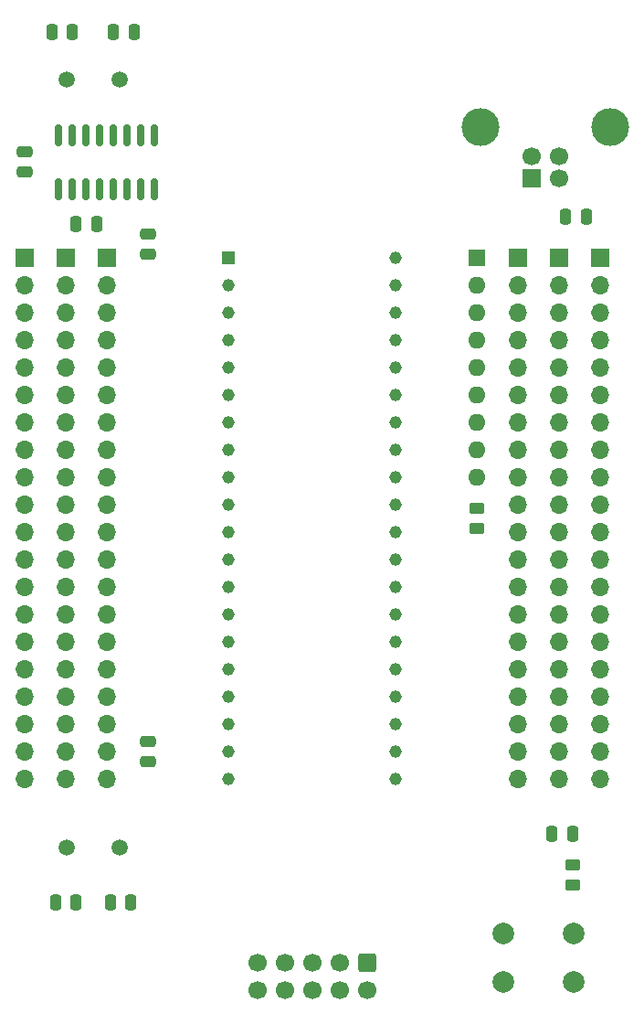
<source format=gts>
G04 #@! TF.GenerationSoftware,KiCad,Pcbnew,(6.0.10)*
G04 #@! TF.CreationDate,2023-01-04T16:14:13-06:00*
G04 #@! TF.ProjectId,AT89S52_dev_board,41543839-5335-4325-9f64-65765f626f61,rev?*
G04 #@! TF.SameCoordinates,Original*
G04 #@! TF.FileFunction,Soldermask,Top*
G04 #@! TF.FilePolarity,Negative*
%FSLAX46Y46*%
G04 Gerber Fmt 4.6, Leading zero omitted, Abs format (unit mm)*
G04 Created by KiCad (PCBNEW (6.0.10)) date 2023-01-04 16:14:13*
%MOMM*%
%LPD*%
G01*
G04 APERTURE LIST*
G04 Aperture macros list*
%AMRoundRect*
0 Rectangle with rounded corners*
0 $1 Rounding radius*
0 $2 $3 $4 $5 $6 $7 $8 $9 X,Y pos of 4 corners*
0 Add a 4 corners polygon primitive as box body*
4,1,4,$2,$3,$4,$5,$6,$7,$8,$9,$2,$3,0*
0 Add four circle primitives for the rounded corners*
1,1,$1+$1,$2,$3*
1,1,$1+$1,$4,$5*
1,1,$1+$1,$6,$7*
1,1,$1+$1,$8,$9*
0 Add four rect primitives between the rounded corners*
20,1,$1+$1,$2,$3,$4,$5,0*
20,1,$1+$1,$4,$5,$6,$7,0*
20,1,$1+$1,$6,$7,$8,$9,0*
20,1,$1+$1,$8,$9,$2,$3,0*%
G04 Aperture macros list end*
%ADD10RoundRect,0.250000X-0.450000X0.262500X-0.450000X-0.262500X0.450000X-0.262500X0.450000X0.262500X0*%
%ADD11C,2.000000*%
%ADD12RoundRect,0.250000X0.250000X0.475000X-0.250000X0.475000X-0.250000X-0.475000X0.250000X-0.475000X0*%
%ADD13RoundRect,0.250000X0.450000X-0.262500X0.450000X0.262500X-0.450000X0.262500X-0.450000X-0.262500X0*%
%ADD14R,1.700000X1.700000*%
%ADD15O,1.700000X1.700000*%
%ADD16RoundRect,0.250000X-0.250000X-0.475000X0.250000X-0.475000X0.250000X0.475000X-0.250000X0.475000X0*%
%ADD17RoundRect,0.150000X-0.150000X0.850000X-0.150000X-0.850000X0.150000X-0.850000X0.150000X0.850000X0*%
%ADD18RoundRect,0.250000X-0.475000X0.250000X-0.475000X-0.250000X0.475000X-0.250000X0.475000X0.250000X0*%
%ADD19C,1.500000*%
%ADD20R,1.600000X1.600000*%
%ADD21O,1.600000X1.600000*%
%ADD22RoundRect,0.250000X-0.600000X0.600000X-0.600000X-0.600000X0.600000X-0.600000X0.600000X0.600000X0*%
%ADD23C,1.700000*%
%ADD24C,3.500000*%
%ADD25R,1.159000X1.159000*%
%ADD26C,1.159000*%
G04 APERTURE END LIST*
D10*
X182880000Y-137517500D03*
X182880000Y-139342500D03*
D11*
X182955000Y-143800000D03*
X176455000Y-143800000D03*
X182955000Y-148300000D03*
X176455000Y-148300000D03*
D12*
X136840000Y-140970000D03*
X134940000Y-140970000D03*
X136525000Y-60325000D03*
X134625000Y-60325000D03*
D13*
X173990000Y-106322500D03*
X173990000Y-104497500D03*
D14*
X135890000Y-81280000D03*
D15*
X135890000Y-83820000D03*
X135890000Y-86360000D03*
X135890000Y-88900000D03*
X135890000Y-91440000D03*
X135890000Y-93980000D03*
X135890000Y-96520000D03*
X135890000Y-99060000D03*
X135890000Y-101600000D03*
X135890000Y-104140000D03*
X135890000Y-106680000D03*
X135890000Y-109220000D03*
X135890000Y-111760000D03*
X135890000Y-114300000D03*
X135890000Y-116840000D03*
X135890000Y-119380000D03*
X135890000Y-121920000D03*
X135890000Y-124460000D03*
X135890000Y-127000000D03*
X135890000Y-129540000D03*
D16*
X136845000Y-78105000D03*
X138745000Y-78105000D03*
D17*
X144145000Y-69890000D03*
X142875000Y-69890000D03*
X141605000Y-69890000D03*
X140335000Y-69890000D03*
X139065000Y-69890000D03*
X137795000Y-69890000D03*
X136525000Y-69890000D03*
X135255000Y-69890000D03*
X135255000Y-74890000D03*
X136525000Y-74890000D03*
X137795000Y-74890000D03*
X139065000Y-74890000D03*
X140335000Y-74890000D03*
X141605000Y-74890000D03*
X142875000Y-74890000D03*
X144145000Y-74890000D03*
D14*
X181610000Y-81285000D03*
D15*
X181610000Y-83825000D03*
X181610000Y-86365000D03*
X181610000Y-88905000D03*
X181610000Y-91445000D03*
X181610000Y-93985000D03*
X181610000Y-96525000D03*
X181610000Y-99065000D03*
X181610000Y-101605000D03*
X181610000Y-104145000D03*
X181610000Y-106685000D03*
X181610000Y-109225000D03*
X181610000Y-111765000D03*
X181610000Y-114305000D03*
X181610000Y-116845000D03*
X181610000Y-119385000D03*
X181610000Y-121925000D03*
X181610000Y-124465000D03*
X181610000Y-127005000D03*
X181610000Y-129545000D03*
D12*
X141920000Y-140970000D03*
X140020000Y-140970000D03*
D16*
X182250000Y-77470000D03*
X184150000Y-77470000D03*
D18*
X143510000Y-79060000D03*
X143510000Y-80960000D03*
X132080000Y-71440000D03*
X132080000Y-73340000D03*
D19*
X140880000Y-64770000D03*
X136000000Y-64770000D03*
D20*
X173990000Y-81265000D03*
D21*
X173990000Y-83805000D03*
X173990000Y-86345000D03*
X173990000Y-88885000D03*
X173990000Y-91425000D03*
X173990000Y-93965000D03*
X173990000Y-96505000D03*
X173990000Y-99045000D03*
X173990000Y-101585000D03*
D18*
X143510000Y-126050000D03*
X143510000Y-127950000D03*
D14*
X139700000Y-81280000D03*
D15*
X139700000Y-83820000D03*
X139700000Y-86360000D03*
X139700000Y-88900000D03*
X139700000Y-91440000D03*
X139700000Y-93980000D03*
X139700000Y-96520000D03*
X139700000Y-99060000D03*
X139700000Y-101600000D03*
X139700000Y-104140000D03*
X139700000Y-106680000D03*
X139700000Y-109220000D03*
X139700000Y-111760000D03*
X139700000Y-114300000D03*
X139700000Y-116840000D03*
X139700000Y-119380000D03*
X139700000Y-121920000D03*
X139700000Y-124460000D03*
X139700000Y-127000000D03*
X139700000Y-129540000D03*
D22*
X163830000Y-146567500D03*
D23*
X163830000Y-149107500D03*
X161290000Y-146567500D03*
X161290000Y-149107500D03*
X158750000Y-146567500D03*
X158750000Y-149107500D03*
X156210000Y-146567500D03*
X156210000Y-149107500D03*
X153670000Y-146567500D03*
X153670000Y-149107500D03*
D14*
X132080000Y-81280000D03*
D15*
X132080000Y-83820000D03*
X132080000Y-86360000D03*
X132080000Y-88900000D03*
X132080000Y-91440000D03*
X132080000Y-93980000D03*
X132080000Y-96520000D03*
X132080000Y-99060000D03*
X132080000Y-101600000D03*
X132080000Y-104140000D03*
X132080000Y-106680000D03*
X132080000Y-109220000D03*
X132080000Y-111760000D03*
X132080000Y-114300000D03*
X132080000Y-116840000D03*
X132080000Y-119380000D03*
X132080000Y-121920000D03*
X132080000Y-124460000D03*
X132080000Y-127000000D03*
X132080000Y-129540000D03*
D14*
X185420000Y-81285000D03*
D15*
X185420000Y-83825000D03*
X185420000Y-86365000D03*
X185420000Y-88905000D03*
X185420000Y-91445000D03*
X185420000Y-93985000D03*
X185420000Y-96525000D03*
X185420000Y-99065000D03*
X185420000Y-101605000D03*
X185420000Y-104145000D03*
X185420000Y-106685000D03*
X185420000Y-109225000D03*
X185420000Y-111765000D03*
X185420000Y-114305000D03*
X185420000Y-116845000D03*
X185420000Y-119385000D03*
X185420000Y-121925000D03*
X185420000Y-124465000D03*
X185420000Y-127005000D03*
X185420000Y-129545000D03*
D16*
X180980000Y-134620000D03*
X182880000Y-134620000D03*
D14*
X179090000Y-73887500D03*
D23*
X181590000Y-73887500D03*
X181590000Y-71887500D03*
X179090000Y-71887500D03*
D24*
X186360000Y-69177500D03*
X174320000Y-69177500D03*
D14*
X177800000Y-81285000D03*
D15*
X177800000Y-83825000D03*
X177800000Y-86365000D03*
X177800000Y-88905000D03*
X177800000Y-91445000D03*
X177800000Y-93985000D03*
X177800000Y-96525000D03*
X177800000Y-99065000D03*
X177800000Y-101605000D03*
X177800000Y-104145000D03*
X177800000Y-106685000D03*
X177800000Y-109225000D03*
X177800000Y-111765000D03*
X177800000Y-114305000D03*
X177800000Y-116845000D03*
X177800000Y-119385000D03*
X177800000Y-121925000D03*
X177800000Y-124465000D03*
X177800000Y-127005000D03*
X177800000Y-129545000D03*
D19*
X140880000Y-135890000D03*
X136000000Y-135890000D03*
D25*
X150933000Y-81280000D03*
D26*
X150933000Y-83820000D03*
X150933000Y-86360000D03*
X150933000Y-88900000D03*
X150933000Y-91440000D03*
X150933000Y-93980000D03*
X150933000Y-96520000D03*
X150933000Y-99060000D03*
X150933000Y-101600000D03*
X150933000Y-104140000D03*
X150933000Y-106680000D03*
X150933000Y-109220000D03*
X150933000Y-111760000D03*
X150933000Y-114300000D03*
X150933000Y-116840000D03*
X150933000Y-119380000D03*
X150933000Y-121920000D03*
X150933000Y-124460000D03*
X150933000Y-127000000D03*
X150933000Y-129540000D03*
X166491000Y-129540000D03*
X166491000Y-127000000D03*
X166491000Y-124460000D03*
X166491000Y-121920000D03*
X166491000Y-119380000D03*
X166491000Y-116840000D03*
X166491000Y-114300000D03*
X166491000Y-111760000D03*
X166491000Y-109220000D03*
X166491000Y-106680000D03*
X166491000Y-104140000D03*
X166491000Y-101600000D03*
X166491000Y-99060000D03*
X166491000Y-96520000D03*
X166491000Y-93980000D03*
X166491000Y-91440000D03*
X166491000Y-88900000D03*
X166491000Y-86360000D03*
X166491000Y-83820000D03*
X166491000Y-81280000D03*
D12*
X142240000Y-60325000D03*
X140340000Y-60325000D03*
M02*

</source>
